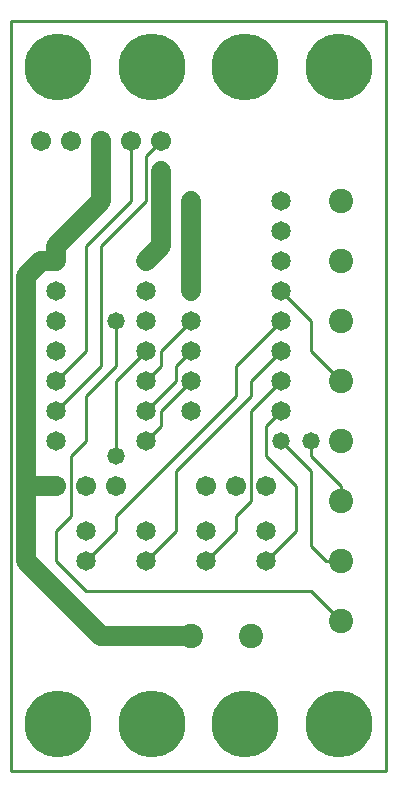
<source format=gbl>
%MOIN*%
%FSLAX25Y25*%
G04 D10 used for Character Trace; *
G04     Circle (OD=.01000) (No hole)*
G04 D11 used for Power Trace; *
G04     Circle (OD=.06700) (No hole)*
G04 D12 used for Signal Trace; *
G04     Circle (OD=.01100) (No hole)*
G04 D13 used for Via; *
G04     Circle (OD=.05800) (Round. Hole ID=.02800)*
G04 D14 used for Component hole; *
G04     Circle (OD=.06500) (Round. Hole ID=.03500)*
G04 D15 used for Component hole; *
G04     Circle (OD=.06700) (Round. Hole ID=.04300)*
G04 D16 used for Component hole; *
G04     Circle (OD=.08100) (Round. Hole ID=.05100)*
G04 D17 used for Component hole; *
G04     Circle (OD=.08900) (Round. Hole ID=.05900)*
G04 D18 used for Component hole; *
G04     Circle (OD=.11300) (Round. Hole ID=.08300)*
G04 D19 used for Component hole; *
G04     Circle (OD=.16000) (Round. Hole ID=.13000)*
G04 D20 used for Component hole; *
G04     Circle (OD=.18300) (Round. Hole ID=.15300)*
G04 D21 used for Component hole; *
G04     Circle (OD=.22291) (Round. Hole ID=.19291)*
%ADD10C,.01000*%
%ADD11C,.06700*%
%ADD12C,.01100*%
%ADD13C,.05800*%
%ADD14C,.06500*%
%ADD15C,.06700*%
%ADD16C,.08100*%
%ADD17C,.08900*%
%ADD18C,.11300*%
%ADD19C,.16000*%
%ADD20C,.18300*%
%ADD21C,.22291*%
%IPPOS*%
%LPD*%
G90*X0Y0D02*D21*X15625Y15625D03*D11*              
X30000Y45000D02*X60000D01*D16*D03*X80000D03*D14*  
X85000Y70000D03*D12*X95000Y80000D01*Y95000D01*    
X85000Y105000D01*Y115000D01*X90000Y120000D01*D14* 
D03*D13*X100000Y110000D03*D12*Y105000D01*         
X110000Y95000D01*Y90000D01*D16*D03*D12*           
X100000Y75000D02*Y100000D01*X105000Y70000D02*     
X100000Y75000D01*X105000Y70000D02*X110000D01*D16* 
D03*D12*Y50000D02*X100000Y60000D01*D16*           
X110000Y50000D03*D12*X25000Y60000D02*X100000D01*  
X25000D02*X15000Y70000D01*Y80000D01*              
X20000Y85000D01*Y105000D01*X25000Y110000D01*      
Y125000D01*X35000Y135000D01*Y150000D01*D13*D03*   
D14*X45000Y140000D03*D12*X35000Y130000D01*        
Y105000D01*D13*D03*D15*X25000Y95000D03*X35000D03* 
D14*X45000Y110000D03*D12*X50000Y115000D01*        
Y120000D01*X60000Y130000D01*D14*D03*D12*X55000D02*
Y135000D01*X45000Y120000D02*X55000Y130000D01*D14* 
X45000Y120000D03*Y130000D03*D12*X50000Y135000D01* 
Y140000D01*X60000Y150000D01*D14*D03*Y160000D03*   
D11*Y170000D01*D14*D03*D11*Y180000D01*D14*D03*D11*
Y190000D01*D14*D03*D13*X50000Y200000D03*D11*      
Y190000D01*D14*D03*D11*Y175000D01*                
X45000Y170000D01*D14*D03*Y160000D03*D12*          
X30000Y135000D02*Y175000D01*X15000Y120000D02*     
X30000Y135000D01*D14*X15000Y120000D03*Y130000D03* 
D12*X25000Y140000D01*Y175000D01*X40000Y190000D01* 
Y210000D01*D15*D03*D12*X45000Y190000D02*          
Y205000D01*X30000Y175000D02*X45000Y190000D01*D14* 
X15000Y160000D03*X30000Y190000D03*D11*            
X15000Y175000D01*Y170000D01*D14*D03*D11*X10000D01*
X5000Y165000D01*Y95000D01*Y70000D01*              
X30000Y45000D01*D14*X45000Y70000D03*D12*          
X55000Y80000D01*Y100000D01*X80000Y125000D01*      
Y130000D01*X90000Y140000D01*D14*D03*D12*          
X100000D02*Y150000D01*X110000Y130000D02*          
X100000Y140000D01*D16*X110000Y130000D03*D14*      
X90000Y150000D03*D12*X75000Y135000D01*Y125000D01* 
X35000Y85000D01*Y80000D01*X25000Y70000D01*D14*D03*
Y80000D03*X45000D03*D15*X15000Y95000D03*D11*      
X5000D01*D14*X15000Y110000D03*Y140000D03*D12*     
X55000Y135000D02*X60000Y140000D01*D14*D03*        
X45000Y150000D03*D12*X80000Y90000D02*Y120000D01*  
X75000Y85000D02*X80000Y90000D01*X75000Y80000D02*  
Y85000D01*X65000Y70000D02*X75000Y80000D01*D14*    
X65000Y70000D03*Y80000D03*X85000D03*D15*Y95000D03*
X75000D03*X65000D03*D12*X100000Y100000D02*        
X90000Y110000D01*D13*D03*D12*X80000Y120000D02*    
X90000Y130000D01*D14*D03*D16*X110000Y110000D03*   
Y150000D03*D12*X100000D02*X90000Y160000D01*D14*   
D03*Y170000D03*Y180000D03*D16*X110000Y170000D03*  
Y190000D03*D14*X90000D03*X60000Y120000D03*D12*    
X45000Y205000D02*X50000Y210000D01*D15*D03*D11*    
X30000Y190000D02*Y210000D01*D15*D03*X20000D03*    
X10000D03*D21*X46875Y234375D03*X15625D03*D12*     
X0Y0D02*Y250000D01*Y0D02*X125000D01*Y250000D01*   
X0D01*D21*X78125Y234375D03*D14*X15000Y150000D03*  
D21*X109375Y234375D03*X46875Y15625D03*X78125D03*  
X109375D03*M02*                                   

</source>
